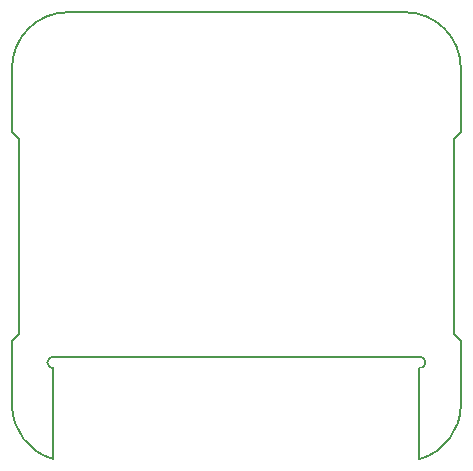
<source format=gm1>
G04*
G04 #@! TF.GenerationSoftware,Altium Limited,Altium Designer,19.1.5 (86)*
G04*
G04 Layer_Color=16711935*
%FSLAX25Y25*%
%MOIN*%
G70*
G01*
G75*
%ADD13C,0.00500*%
D13*
X74803Y56142D02*
G03*
X56142Y74803I-18657J4D01*
G01*
X-61024Y-40000D02*
G03*
X-61024Y-43937I0J-1969D01*
G01*
X61024Y-74154D02*
G03*
X74803Y-56142I-4878J18008D01*
G01*
X-74803D02*
G03*
X-61024Y-74154I18657J-4D01*
G01*
X-56142Y74803D02*
G03*
X-74803Y56142I-4J-18657D01*
G01*
X61024Y-43937D02*
G03*
X61024Y-40000I0J1969D01*
G01*
X-74803Y34803D02*
X-72500Y32500D01*
Y-32500D02*
Y32500D01*
X72500Y-32500D02*
Y32500D01*
X-74803Y-34803D02*
X-72500Y-32500D01*
X-61024Y-40000D02*
X61024D01*
X72500Y-32500D02*
X74803Y-34803D01*
Y-56142D02*
Y-34803D01*
X-74803Y-56142D02*
Y-34803D01*
X-61024Y-74154D02*
Y-43937D01*
X72500Y32500D02*
X74803Y34803D01*
X61024Y-74154D02*
Y-43937D01*
X-56142Y74803D02*
X56142D01*
X74803Y34803D02*
Y56142D01*
X-74803Y34803D02*
Y56142D01*
M02*

</source>
